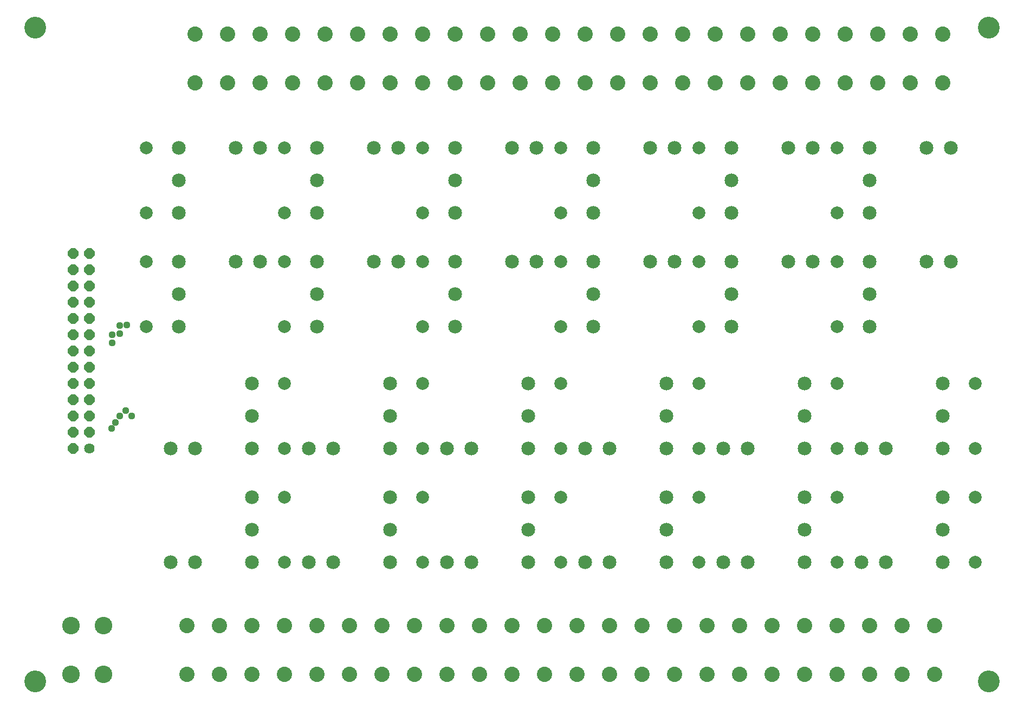
<source format=gbs>
G75*
%MOIN*%
%OFA0B0*%
%FSLAX25Y25*%
%IPPOS*%
%LPD*%
%AMOC8*
5,1,8,0,0,1.08239X$1,22.5*
%
%ADD10C,0.06400*%
%ADD11OC8,0.06400*%
%ADD12C,0.07887*%
%ADD13C,0.08477*%
%ADD14C,0.10800*%
%ADD15C,0.09400*%
%ADD16C,0.13398*%
%ADD17C,0.04369*%
D10*
X0062838Y0175744D03*
D11*
X0052838Y0175744D03*
X0052838Y0185744D03*
X0062838Y0185744D03*
X0062838Y0195744D03*
X0052838Y0195744D03*
X0052838Y0205744D03*
X0062838Y0205744D03*
X0062838Y0215744D03*
X0052838Y0215744D03*
X0052838Y0225744D03*
X0062838Y0225744D03*
X0062838Y0235744D03*
X0052838Y0235744D03*
X0052838Y0245744D03*
X0062838Y0245744D03*
X0062838Y0255744D03*
X0052838Y0255744D03*
X0052838Y0265744D03*
X0062838Y0265744D03*
X0062838Y0275744D03*
X0052838Y0275744D03*
X0052838Y0285744D03*
X0062838Y0285744D03*
X0062838Y0295744D03*
X0052838Y0295744D03*
D12*
X0097838Y0290744D03*
X0097838Y0320744D03*
X0097838Y0360744D03*
X0182838Y0360744D03*
X0182838Y0320744D03*
X0182838Y0290744D03*
X0182838Y0250744D03*
X0182838Y0215744D03*
X0182838Y0175744D03*
X0182838Y0145744D03*
X0182838Y0105744D03*
X0267838Y0105744D03*
X0267838Y0145744D03*
X0267838Y0175744D03*
X0267838Y0215744D03*
X0267838Y0250744D03*
X0267838Y0290744D03*
X0267838Y0320744D03*
X0267838Y0360744D03*
X0352838Y0360744D03*
X0352838Y0320744D03*
X0352838Y0290744D03*
X0352838Y0250744D03*
X0352838Y0215744D03*
X0352838Y0175744D03*
X0352838Y0145744D03*
X0352838Y0105744D03*
X0437838Y0105744D03*
X0437838Y0145744D03*
X0437838Y0175744D03*
X0437838Y0215744D03*
X0437838Y0250744D03*
X0437838Y0290744D03*
X0437838Y0320744D03*
X0437838Y0360744D03*
X0522838Y0360744D03*
X0522838Y0320744D03*
X0522838Y0290744D03*
X0522838Y0250744D03*
X0522838Y0215744D03*
X0522838Y0175744D03*
X0522838Y0145744D03*
X0522838Y0105744D03*
X0607838Y0105744D03*
X0607838Y0145744D03*
X0607838Y0175744D03*
X0607838Y0215744D03*
X0097838Y0250744D03*
D13*
X0117838Y0250744D03*
X0117838Y0270744D03*
X0117838Y0290744D03*
X0152838Y0290744D03*
X0167838Y0290744D03*
X0202838Y0290744D03*
X0202838Y0270744D03*
X0202838Y0250744D03*
X0162838Y0215744D03*
X0162838Y0195744D03*
X0162838Y0175744D03*
X0197838Y0175744D03*
X0212838Y0175744D03*
X0247838Y0175744D03*
X0247838Y0195744D03*
X0247838Y0215744D03*
X0282838Y0175744D03*
X0297838Y0175744D03*
X0332838Y0175744D03*
X0332838Y0195744D03*
X0332838Y0215744D03*
X0367838Y0175744D03*
X0382838Y0175744D03*
X0417838Y0175744D03*
X0417838Y0195744D03*
X0417838Y0215744D03*
X0452838Y0175744D03*
X0467838Y0175744D03*
X0502838Y0175744D03*
X0502838Y0195744D03*
X0502838Y0215744D03*
X0537838Y0175744D03*
X0552838Y0175744D03*
X0587838Y0175744D03*
X0587838Y0195744D03*
X0587838Y0215744D03*
X0542838Y0250744D03*
X0542838Y0270744D03*
X0542838Y0290744D03*
X0507838Y0290744D03*
X0492838Y0290744D03*
X0457838Y0290744D03*
X0457838Y0270744D03*
X0457838Y0250744D03*
X0422838Y0290744D03*
X0407838Y0290744D03*
X0372838Y0290744D03*
X0372838Y0270744D03*
X0372838Y0250744D03*
X0337838Y0290744D03*
X0322838Y0290744D03*
X0287838Y0290744D03*
X0287838Y0270744D03*
X0287838Y0250744D03*
X0252838Y0290744D03*
X0237838Y0290744D03*
X0202838Y0320744D03*
X0202838Y0340744D03*
X0202838Y0360744D03*
X0167838Y0360744D03*
X0152838Y0360744D03*
X0117838Y0360744D03*
X0117838Y0340744D03*
X0117838Y0320744D03*
X0237838Y0360744D03*
X0252838Y0360744D03*
X0287838Y0360744D03*
X0287838Y0340744D03*
X0287838Y0320744D03*
X0322838Y0360744D03*
X0337838Y0360744D03*
X0372838Y0360744D03*
X0372838Y0340744D03*
X0372838Y0320744D03*
X0407838Y0360744D03*
X0422838Y0360744D03*
X0457838Y0360744D03*
X0457838Y0340744D03*
X0457838Y0320744D03*
X0492838Y0360744D03*
X0507838Y0360744D03*
X0542838Y0360744D03*
X0542838Y0340744D03*
X0542838Y0320744D03*
X0577838Y0290744D03*
X0592838Y0290744D03*
X0592838Y0360744D03*
X0577838Y0360744D03*
X0587838Y0145744D03*
X0587838Y0125744D03*
X0587838Y0105744D03*
X0552838Y0105744D03*
X0537838Y0105744D03*
X0502838Y0105744D03*
X0502838Y0125744D03*
X0502838Y0145744D03*
X0467838Y0105744D03*
X0452838Y0105744D03*
X0417838Y0105744D03*
X0417838Y0125744D03*
X0417838Y0145744D03*
X0382838Y0105744D03*
X0367838Y0105744D03*
X0332838Y0105744D03*
X0332838Y0125744D03*
X0332838Y0145744D03*
X0297838Y0105744D03*
X0282838Y0105744D03*
X0247838Y0105744D03*
X0247838Y0125744D03*
X0247838Y0145744D03*
X0212838Y0105744D03*
X0197838Y0105744D03*
X0162838Y0105744D03*
X0162838Y0125744D03*
X0162838Y0145744D03*
X0127838Y0175744D03*
X0112838Y0175744D03*
X0112838Y0105744D03*
X0127838Y0105744D03*
D14*
X0071617Y0066650D03*
X0051617Y0066650D03*
X0051617Y0036650D03*
X0071617Y0036650D03*
D15*
X0122838Y0036744D03*
X0142838Y0036744D03*
X0162838Y0036744D03*
X0182838Y0036744D03*
X0202838Y0036744D03*
X0222838Y0036744D03*
X0242838Y0036744D03*
X0262838Y0036744D03*
X0282838Y0036744D03*
X0302838Y0036744D03*
X0322838Y0036744D03*
X0342838Y0036744D03*
X0362838Y0036744D03*
X0382838Y0036744D03*
X0402838Y0036744D03*
X0422838Y0036744D03*
X0442838Y0036744D03*
X0462838Y0036744D03*
X0482838Y0036744D03*
X0502838Y0036744D03*
X0522838Y0036744D03*
X0542838Y0036744D03*
X0562838Y0036744D03*
X0582838Y0036744D03*
X0582838Y0066744D03*
X0562838Y0066744D03*
X0542838Y0066744D03*
X0522838Y0066744D03*
X0502838Y0066744D03*
X0482838Y0066744D03*
X0462838Y0066744D03*
X0442838Y0066744D03*
X0422838Y0066744D03*
X0402838Y0066744D03*
X0382838Y0066744D03*
X0362838Y0066744D03*
X0342838Y0066744D03*
X0322838Y0066744D03*
X0302838Y0066744D03*
X0282838Y0066744D03*
X0262838Y0066744D03*
X0242838Y0066744D03*
X0222838Y0066744D03*
X0202838Y0066744D03*
X0182838Y0066744D03*
X0162838Y0066744D03*
X0142838Y0066744D03*
X0122838Y0066744D03*
X0127838Y0400744D03*
X0147838Y0400744D03*
X0167838Y0400744D03*
X0187838Y0400744D03*
X0207838Y0400744D03*
X0227838Y0400744D03*
X0247838Y0400744D03*
X0267838Y0400744D03*
X0287838Y0400744D03*
X0307838Y0400744D03*
X0327838Y0400744D03*
X0347838Y0400744D03*
X0367838Y0400744D03*
X0387838Y0400744D03*
X0407838Y0400744D03*
X0427838Y0400744D03*
X0447838Y0400744D03*
X0467838Y0400744D03*
X0487838Y0400744D03*
X0507838Y0400744D03*
X0527838Y0400744D03*
X0547838Y0400744D03*
X0567838Y0400744D03*
X0587838Y0400744D03*
X0587838Y0430744D03*
X0567838Y0430744D03*
X0547838Y0430744D03*
X0527838Y0430744D03*
X0507838Y0430744D03*
X0487838Y0430744D03*
X0467838Y0430744D03*
X0447838Y0430744D03*
X0427838Y0430744D03*
X0407838Y0430744D03*
X0387838Y0430744D03*
X0367838Y0430744D03*
X0347838Y0430744D03*
X0327838Y0430744D03*
X0307838Y0430744D03*
X0287838Y0430744D03*
X0267838Y0430744D03*
X0247838Y0430744D03*
X0227838Y0430744D03*
X0207838Y0430744D03*
X0187838Y0430744D03*
X0167838Y0430744D03*
X0147838Y0430744D03*
X0127838Y0430744D03*
D16*
X0029649Y0032555D03*
X0029649Y0434917D03*
X0616263Y0434917D03*
X0616263Y0032555D03*
D17*
X0088822Y0195744D03*
X0085238Y0199244D03*
X0081654Y0195744D03*
X0079054Y0191744D03*
X0076454Y0188244D03*
X0076838Y0240744D03*
X0076838Y0245913D03*
X0081457Y0246363D03*
X0081491Y0251397D03*
X0086026Y0251932D03*
M02*

</source>
